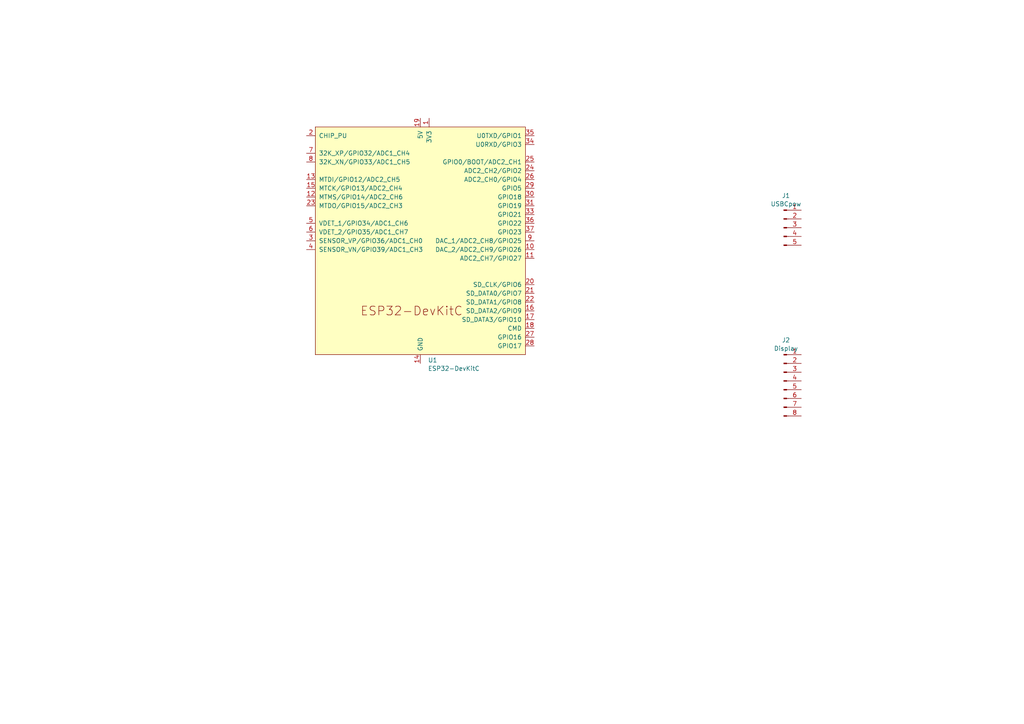
<source format=kicad_sch>
(kicad_sch (version 20231120) (generator "eeschema") (generator_version "8.0")
  (paper "A4")
  (lib_symbols
    (symbol "Connector:Conn_01x05_Pin" (pin_names (offset 1.016) hide)
      (property "Reference" "J" (at 0 7.62 0))
      (property "Value" "Conn_01x05_Pin" (at 0 -7.62 0))
      (symbol "Conn_01x05_Pin_1_1"
        (polyline (pts (xy 1.27 -5.08) (xy 0.8636 -5.08)) (stroke (width 0.1524)))
        (polyline (pts (xy 1.27 -2.54) (xy 0.8636 -2.54)) (stroke (width 0.1524)))
        (polyline (pts (xy 1.27 0) (xy 0.8636 0)) (stroke (width 0.1524)))
        (polyline (pts (xy 1.27 2.54) (xy 0.8636 2.54)) (stroke (width 0.1524)))
        (polyline (pts (xy 1.27 5.08) (xy 0.8636 5.08)) (stroke (width 0.1524)))
        (rectangle (start 0.8636 -4.953) (end 0 -5.207) (stroke (width 0.1524)) (fill (type outline)))
        (rectangle (start 0.8636 -2.413) (end 0 -2.667) (stroke (width 0.1524)) (fill (type outline)))
        (rectangle (start 0.8636 0.127) (end 0 -0.127) (stroke (width 0.1524)) (fill (type outline)))
        (rectangle (start 0.8636 2.667) (end 0 2.413) (stroke (width 0.1524)) (fill (type outline)))
        (rectangle (start 0.8636 5.207) (end 0 4.953) (stroke (width 0.1524)) (fill (type outline)))
        (pin passive line (at 5.08 5.08 180) (length 3.81) (name "Pin_1") (number "1"))
        (pin passive line (at 5.08 2.54 180) (length 3.81) (name "Pin_2") (number "2"))
        (pin passive line (at 5.08 0 180) (length 3.81) (name "Pin_3") (number "3"))
        (pin passive line (at 5.08 -2.54 180) (length 3.81) (name "Pin_4") (number "4"))
        (pin passive line (at 5.08 -5.08 180) (length 3.81) (name "Pin_5") (number "5"))
      )
    )
    (symbol "Connector:Conn_01x08_Pin" (pin_names (offset 1.016) hide)
      (property "Reference" "J" (at 0 10.16 0))
      (property "Value" "Conn_01x08_Pin" (at 0 -12.7 0))
      (symbol "Conn_01x08_Pin_1_1"
        (polyline (pts (xy 1.27 -10.16) (xy 0.8636 -10.16)) (stroke (width 0.1524)))
        (polyline (pts (xy 1.27 -7.62) (xy 0.8636 -7.62)) (stroke (width 0.1524)))
        (polyline (pts (xy 1.27 -5.08) (xy 0.8636 -5.08)) (stroke (width 0.1524)))
        (polyline (pts (xy 1.27 -2.54) (xy 0.8636 -2.54)) (stroke (width 0.1524)))
        (polyline (pts (xy 1.27 0) (xy 0.8636 0)) (stroke (width 0.1524)))
        (polyline (pts (xy 1.27 2.54) (xy 0.8636 2.54)) (stroke (width 0.1524)))
        (polyline (pts (xy 1.27 5.08) (xy 0.8636 5.08)) (stroke (width 0.1524)))
        (polyline (pts (xy 1.27 7.62) (xy 0.8636 7.62)) (stroke (width 0.1524)))
        (rectangle (start 0.8636 -10.033) (end 0 -10.287) (stroke (width 0.1524)) (fill (type outline)))
        (rectangle (start 0.8636 -7.493) (end 0 -7.747) (stroke (width 0.1524)) (fill (type outline)))
        (rectangle (start 0.8636 -4.953) (end 0 -5.207) (stroke (width 0.1524)) (fill (type outline)))
        (rectangle (start 0.8636 -2.413) (end 0 -2.667) (stroke (width 0.1524)) (fill (type outline)))
        (rectangle (start 0.8636 0.127) (end 0 -0.127) (stroke (width 0.1524)) (fill (type outline)))
        (rectangle (start 0.8636 2.667) (end 0 2.413) (stroke (width 0.1524)) (fill (type outline)))
        (rectangle (start 0.8636 5.207) (end 0 4.953) (stroke (width 0.1524)) (fill (type outline)))
        (rectangle (start 0.8636 7.747) (end 0 7.493) (stroke (width 0.1524)) (fill (type outline)))
        (pin passive line (at 5.08 7.62 180) (length 3.81) (name "Pin_1") (number "1"))
        (pin passive line (at 5.08 5.08 180) (length 3.81) (name "Pin_2") (number "2"))
        (pin passive line (at 5.08 2.54 180) (length 3.81) (name "Pin_3") (number "3"))
        (pin passive line (at 5.08 0 180) (length 3.81) (name "Pin_4") (number "4"))
        (pin passive line (at 5.08 -2.54 180) (length 3.81) (name "Pin_5") (number "5"))
        (pin passive line (at 5.08 -5.08 180) (length 3.81) (name "Pin_6") (number "6"))
        (pin passive line (at 5.08 -7.62 180) (length 3.81) (name "Pin_7") (number "7"))
        (pin passive line (at 5.08 -10.16 180) (length 3.81) (name "Pin_8") (number "8"))
      )
    )
    (symbol "PCM_Espressif:ESP32-DevKitC" (pin_names (offset 1.016))
      (property "Reference" "U" (at -30.48 38.1 0))
      (property "Value" "ESP32-DevKitC" (at -30.48 35.56 0))
      (symbol "ESP32-DevKitC_0_0"
        (text "ESP32-DevKitC" (at -2.54 -20.32 0) (effects (font (size 2.54 2.54))))
        (pin power_in line (at 0 -35.56 90) (length 2.54) (name "GND") (number "14"))
        (pin power_in line (at 0 35.56 270) (length 2.54) (name "5V") (number "19"))
      )
      (symbol "ESP32-DevKitC_0_1"
        (rectangle (start -30.48 33.02) (end 30.48 -33.02) (fill (type background)))
      )
      (symbol "ESP32-DevKitC_1_1"
        (pin power_in line (at 2.54 35.56 270) (length 2.54) (name "3V3") (number "1"))
        (pin bidirectional line (at 33.02 -2.54 180) (length 2.54) (name "DAC_2/ADC2_CH9/GPIO26") (number "10"))
        (pin bidirectional line (at 33.02 -5.08 180) (length 2.54) (name "ADC2_CH7/GPIO27") (number "11"))
        (pin bidirectional line (at -33.02 12.7 0) (length 2.54) (name "MTMS/GPIO14/ADC2_CH6") (number "12"))
        (pin bidirectional line (at -33.02 17.78 0) (length 2.54) (name "MTDI/GPIO12/ADC2_CH5") (number "13"))
        (pin bidirectional line (at -33.02 15.24 0) (length 2.54) (name "MTCK/GPIO13/ADC2_CH4") (number "15"))
        (pin bidirectional line (at 33.02 -20.32 180) (length 2.54) (name "SD_DATA2/GPIO9") (number "16"))
        (pin bidirectional line (at 33.02 -22.86 180) (length 2.54) (name "SD_DATA3/GPIO10") (number "17"))
        (pin bidirectional line (at 33.02 -25.4 180) (length 2.54) (name "CMD") (number "18"))
        (pin input line (at -33.02 30.48 0) (length 2.54) (name "CHIP_PU") (number "2"))
        (pin bidirectional line (at 33.02 -12.7 180) (length 2.54) (name "SD_CLK/GPIO6") (number "20"))
        (pin bidirectional line (at 33.02 -15.24 180) (length 2.54) (name "SD_DATA0/GPIO7") (number "21"))
        (pin bidirectional line (at 33.02 -17.78 180) (length 2.54) (name "SD_DATA1/GPIO8") (number "22"))
        (pin bidirectional line (at -33.02 10.16 0) (length 2.54) (name "MTDO/GPIO15/ADC2_CH3") (number "23"))
        (pin bidirectional line (at 33.02 20.32 180) (length 2.54) (name "ADC2_CH2/GPIO2") (number "24"))
        (pin bidirectional line (at 33.02 22.86 180) (length 2.54) (name "GPIO0/BOOT/ADC2_CH1") (number "25"))
        (pin bidirectional line (at 33.02 17.78 180) (length 2.54) (name "ADC2_CH0/GPIO4") (number "26"))
        (pin bidirectional line (at 33.02 -27.94 180) (length 2.54) (name "GPIO16") (number "27"))
        (pin bidirectional line (at 33.02 -30.48 180) (length 2.54) (name "GPIO17") (number "28"))
        (pin bidirectional line (at 33.02 15.24 180) (length 2.54) (name "GPIO5") (number "29"))
        (pin input line (at -33.02 0 0) (length 2.54) (name "SENSOR_VP/GPIO36/ADC1_CH0") (number "3"))
        (pin bidirectional line (at 33.02 12.7 180) (length 2.54) (name "GPIO18") (number "30"))
        (pin bidirectional line (at 33.02 10.16 180) (length 2.54) (name "GPIO19") (number "31"))
        (pin passive line (at 0 -35.56 90) (length 2.54) hide (name "GND") (number "32"))
        (pin bidirectional line (at 33.02 7.62 180) (length 2.54) (name "GPIO21") (number "33"))
        (pin bidirectional line (at 33.02 27.94 180) (length 2.54) (name "U0RXD/GPIO3") (number "34"))
        (pin bidirectional line (at 33.02 30.48 180) (length 2.54) (name "U0TXD/GPIO1") (number "35"))
        (pin bidirectional line (at 33.02 5.08 180) (length 2.54) (name "GPIO22") (number "36"))
        (pin bidirectional line (at 33.02 2.54 180) (length 2.54) (name "GPIO23") (number "37"))
        (pin passive line (at 0 -35.56 90) (length 2.54) hide (name "GND") (number "38"))
        (pin input line (at -33.02 -2.54 0) (length 2.54) (name "SENSOR_VN/GPIO39/ADC1_CH3") (number "4"))
        (pin input line (at -33.02 5.08 0) (length 2.54) (name "VDET_1/GPIO34/ADC1_CH6") (number "5"))
        (pin input line (at -33.02 2.54 0) (length 2.54) (name "VDET_2/GPIO35/ADC1_CH7") (number "6"))
        (pin bidirectional line (at -33.02 25.4 0) (length 2.54) (name "32K_XP/GPIO32/ADC1_CH4") (number "7"))
        (pin bidirectional line (at -33.02 22.86 0) (length 2.54) (name "32K_XN/GPIO33/ADC1_CH5") (number "8"))
        (pin bidirectional line (at 33.02 0 180) (length 2.54) (name "DAC_1/ADC2_CH8/GPIO25") (number "9"))
      )
    )
  )
  (symbol (lib_id "Connector:Conn_01x08_Pin") (at 227.33 110.49 0) (unit 1)
    (property "Reference" "J2" (at 227.965 98.6493 0))
    (property "Value" "Display" (at 227.965 101.0736 0))
    (property "Description" "Generic connector, single row, 01x08, script generated" (effects (hide yes)))
  )
  (symbol (lib_id "Connector:Conn_01x05_Pin") (at 227.33 66.04 0) (unit 1)
    (property "Reference" "J1" (at 227.965 56.7393 0))
    (property "Value" "USBCpow" (at 227.965 59.1636 0))
    (property "Description" "Generic connector, single row, 01x05, script generated" (effects (hide yes)))
  )
  (symbol (lib_id "PCM_Espressif:ESP32-DevKitC") (at 121.92 69.85 0) (unit 1)
    (property "Reference" "U1" (at 124.1141 104.4631 0) (effects (justify left)))
    (property "Value" "ESP32-DevKitC" (at 124.1141 106.8874 0) (effects (justify left)))
    (property "Footprint" "PCM_Espressif:ESP32-DevKitC" (effects (hide yes)))
    (property "Datasheet" "https://docs.espressif.com/projects/esp-idf/zh_CN/latest/esp32/hw-reference/esp32/get-started-devkitc.html" (effects (hide yes)))
    (property "Description" "Development Kit" (effects (hide yes)))
  )
)
</source>
